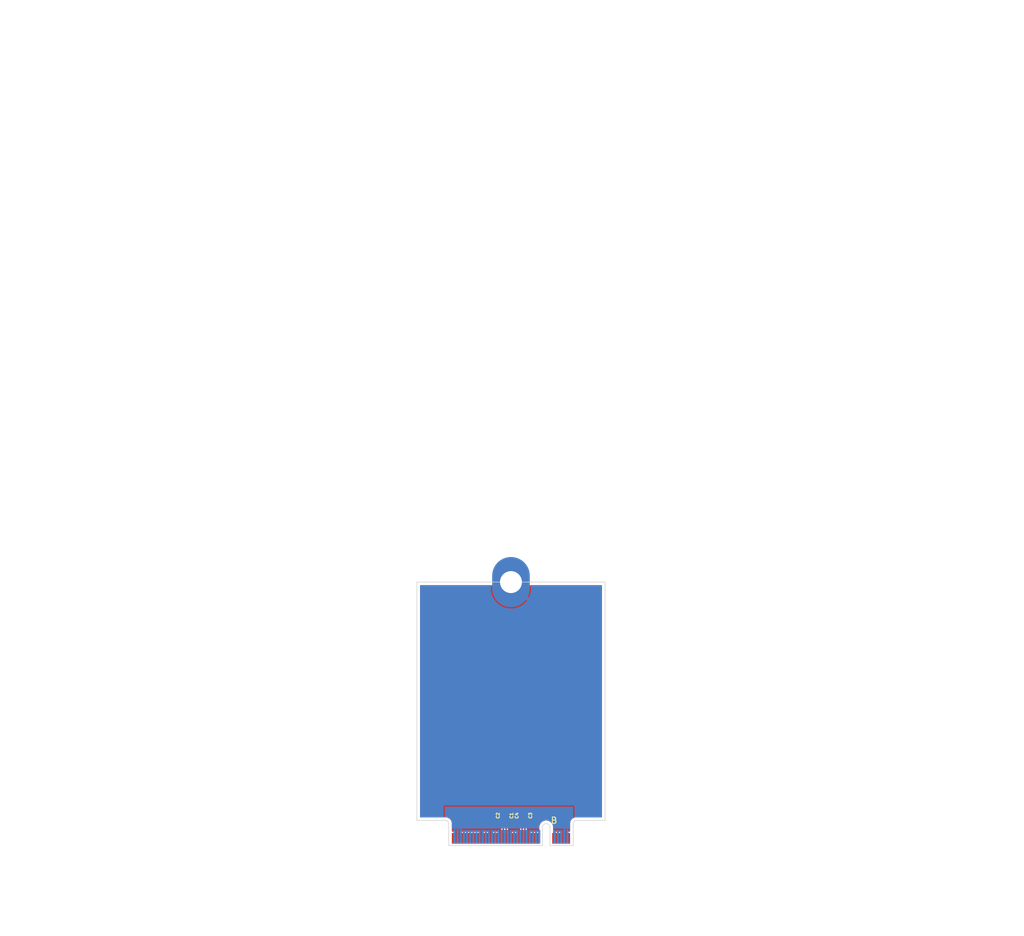
<source format=kicad_pcb>
(kicad_pcb (version 20241229) (generator "pcbnew") (generator_version "9.0")
  (layers (0 "F.Cu" signal) (2 "B.Cu" signal) (13 "F.Paste" user) (15 "B.Paste" user) (5 "F.SilkS" user "F.Silkscreen") (7 "B.SilkS" user "B.Silkscreen") (1 "F.Mask" user) (3 "B.Mask" user) (25 "Edge.Cuts" user))
  (net 0 "")
  (net 1 "/M.2 B key/PET1N")
  (net 2 "/M.2 B key/PET1P")
  (net 3 "/M.2 B key/PET0P")
  (net 4 "/M.2 B key/PET0N")
  (net 5 "/PET1-")
  (net 6 "/PET0-")
  (net 7 "/CONFIG_3")
  (net 8 "+3.3V")
  (net 9 "GND")
  (net 10 "/FULL_CARD_PWR_OFF#")
  (net 11 "/USB_D+")
  (net 12 "/W_DISABLE1#")
  (net 13 "/USB_D-")
  (net 14 "/GPIO_9{slash}LED#1")
  (net 15 "/GPIO_5")
  (net 16 "/CONFIG_0")
  (net 17 "/GPIO_6")
  (net 18 "/DPR")
  (net 19 "/GPIO_7")
  (net 20 "/GPIO_11")
  (net 21 "/GPIO_10")
  (net 22 "/GPIO_8")
  (net 23 "/UIM-RESET")
  (net 24 "/UIM-CLK")
  (net 25 "/UIM-DATA")
  (net 26 "/PER1-")
  (net 27 "/UIM-PWR")
  (net 28 "/PER1+")
  (net 29 "/DEVSLP")
  (net 30 "/GPIO_0")
  (net 31 "/GPIO_1")
  (net 32 "/GPIO_2")
  (net 33 "/GPIO_3")
  (net 34 "/PER0-")
  (net 35 "/GPIO_4")
  (net 36 "/PER0+")
  (net 37 "/PERST#")
  (net 38 "/CLKREQ#")
  (net 39 "/REFCLK-")
  (net 40 "/PEWAKE#")
  (net 41 "/REFCLK+")
  (net 44 "/ANTCTL0")
  (net 46 "/ANTCTL1")
  (net 48 "/ANTCTL2")
  (net 50 "/ANTCTL3")
  (net 51 "/SIM_DETECT")
  (net 52 "/RESET#")
  (net 53 "/SUSCLK")
  (net 54 "/CONFIG_1")
  (net 55 "/CONFIG_2")
  (net 56 "/PET0+")
  (net 57 "/PET1+")
  (footprint "Capacitor_SMD:C_0201_0603Metric" (layer "F.Cu") (at 108.16 154.72 90)
    (property "Reference" "C2" (at 0 -0.73 90) (layer "F.SilkS") (effects (font (size 0.5 0.5))))
    (property "Value" "220nF")
    (pad "1" smd roundrect (at -0.32 0 90) (size 0.46 0.4) (layers "F.Cu" "F.Mask") (net 3 "/M.2 B key/PET0P"))
    (pad "2" smd roundrect (at 0.32 0 90) (size 0.46 0.4) (layers "F.Cu" "F.Mask") (net 56 "/PET0+"))
  )
  (footprint "PCIexpress:M.2 B Key Connector" (layer "F.Cu") (at 109.51 158.38)
    (property "Reference" "J1")
    (property "Value" "~")
    (fp_line (start -11 -2.89) (end -10.425 -2.89) (stroke (width 0.1)) (layer "Edge.Cuts"))
    (fp_line (start -9.925 -2.39) (end -9.925 1.11) (stroke (width 0.1)) (layer "Edge.Cuts"))
    (fp_line (start 5.02 -1.79) (end 5.02 1.11) (stroke (width 0.1)) (layer "Edge.Cuts"))
    (fp_line (start 5.02 1.11) (end -9.925 1.11) (stroke (width 0.1)) (layer "Edge.Cuts"))
    (fp_line (start 6.22 -1.79) (end 6.22 1.11) (stroke (width 0.1)) (layer "Edge.Cuts"))
    (fp_line (start 6.225333 1.11) (end 9.925 1.11) (stroke (width 0.1)) (layer "Edge.Cuts"))
    (fp_line (start 9.925 -2.39) (end 9.925 1.11) (stroke (width 0.1)) (layer "Edge.Cuts"))
    (fp_line (start 10.425 -2.89) (end 11 -2.89) (stroke (width 0.1)) (layer "Edge.Cuts"))
    (fp_arc (start -10.425 -2.89) (mid -10.071447 -2.743553) (end -9.925 -2.39) (stroke (width 0.1)) (layer "Edge.Cuts"))
    (fp_arc (start 5.02 -1.79) (mid 5.62 -2.39) (end 6.22 -1.79) (stroke (width 0.1)) (layer "Edge.Cuts"))
    (fp_arc (start 9.925 -2.39) (mid 10.071447 -2.743553) (end 10.425 -2.89) (stroke (width 0.1)) (layer "Edge.Cuts"))
    (fp_text user "B" (at 6.27 -2.3 0) (layer "F.SilkS") (effects (justify left bottom)))
    (pad "1" smd rect (at 9.25 -0.04 180) (size 0.35 1.7) (layers "F.Cu") (net 7 "/CONFIG_3"))
    (pad "2" smd rect (at 9 -0.29 180) (size 0.35 2.2) (layers "B.Cu") (net 8 "+3.3V"))
    (pad "3" smd rect (at 8.75 -0.04 180) (size 0.35 1.7) (layers "F.Cu") (net 9 "GND"))
    (pad "4" smd rect (at 8.5 -0.29 180) (size 0.35 2.2) (layers "B.Cu") (net 8 "+3.3V"))
    (pad "5" smd rect (at 8.25 -0.04 180) (size 0.35 1.7) (layers "F.Cu") (net 9 "GND"))
    (pad "6" smd rect (at 8 -0.29 180) (size 0.35 2.2) (layers "B.Cu") (net 10 "/FULL_CARD_PWR_OFF#"))
    (pad "7" smd rect (at 7.75 -0.04 180) (size 0.35 1.7) (layers "F.Cu") (net 11 "/USB_D+"))
    (pad "8" smd rect (at 7.5 -0.29 180) (size 0.35 2.2) (layers "B.Cu") (net 12 "/W_DISABLE1#"))
    (pad "9" smd rect (at 7.25 -0.04 180) (size 0.35 1.7) (layers "F.Cu") (net 13 "/USB_D-"))
    (pad "10" smd rect (at 7 -0.29 180) (size 0.35 2.2) (layers "B.Cu") (net 14 "/GPIO_9{slash}LED#1"))
    (pad "11" smd rect (at 6.75 -0.04 180) (size 0.35 1.7) (layers "F.Cu") (net 9 "GND"))
    (pad "20" smd rect (at 4.5 -0.29 180) (size 0.35 2.2) (layers "B.Cu") (net 15 "/GPIO_5"))
    (pad "21" smd rect (at 4.25 -0.04 180) (size 0.35 1.7) (layers "F.Cu") (net 16 "/CONFIG_0"))
    (pad "22" smd rect (at 4 -0.29 180) (size 0.35 2.2) (layers "B.Cu") (net 17 "/GPIO_6"))
    (pad "23" smd rect (at 3.75 -0.04 180) (size 0.35 1.7) (layers "F.Cu") (net 18 "/DPR"))
    (pad "24" smd rect (at 3.5 -0.29 180) (size 0.35 2.2) (layers "B.Cu") (net 19 "/GPIO_7"))
    (pad "25" smd rect (at 3.25 -0.04 180) (size 0.35 1.7) (layers "F.Cu") (net 20 "/GPIO_11"))
    (pad "26" smd rect (at 3 -0.29 180) (size 0.35 2.2) (layers "B.Cu") (net 21 "/GPIO_10"))
    (pad "27" smd rect (at 2.75 -0.04 180) (size 0.35 1.7) (layers "F.Cu") (net 9 "GND"))
    (pad "28" smd rect (at 2.5 -0.29 180) (size 0.35 2.2) (layers "B.Cu") (net 22 "/GPIO_8"))
    (pad "29" smd rect (at 2.25 -0.04 180) (size 0.35 1.7) (layers "F.Cu") (net 1 "/M.2 B key/PET1N"))
    (pad "30" smd rect (at 2 -0.29 180) (size 0.35 2.2) (layers "B.Cu") (net 23 "/UIM-RESET"))
    (pad "31" smd rect (at 1.75 -0.04 180) (size 0.35 1.7) (layers "F.Cu") (net 2 "/M.2 B key/PET1P"))
    (pad "32" smd rect (at 1.5 -0.29 180) (size 0.35 2.2) (layers "B.Cu") (net 24 "/UIM-CLK"))
    (pad "33" smd rect (at 1.25 -0.04 180) (size 0.35 1.7) (layers "F.Cu") (net 9 "GND"))
    (pad "34" smd rect (at 1 -0.29 180) (size 0.35 2.2) (layers "B.Cu") (net 25 "/UIM-DATA"))
    (pad "35" smd rect (at 0.75 -0.04 180) (size 0.35 1.7) (layers "F.Cu") (net 26 "/PER1-"))
    (pad "36" smd rect (at 0.5 -0.29 180) (size 0.35 2.2) (layers "B.Cu") (net 27 "/UIM-PWR"))
    (pad "37" smd rect (at 0.25 -0.04 180) (size 0.35 1.7) (layers "F.Cu") (net 28 "/PER1+"))
    (pad "38" smd rect (at 0 -0.29 180) (size 0.35 2.2) (layers "B.Cu") (net 29 "/DEVSLP"))
    (pad "39" smd rect (at -0.25 -0.04 180) (size 0.35 1.7) (layers "F.Cu") (net 9 "GND"))
    (pad "40" smd rect (at -0.5 -0.29 180) (size 0.35 2.2) (layers "B.Cu") (net 30 "/GPIO_0"))
    (pad "41" smd rect (at -0.75 -0.04 180) (size 0.35 1.7) (layers "F.Cu") (net 4 "/M.2 B key/PET0N"))
    (pad "42" smd rect (at -1 -0.29 180) (size 0.35 2.2) (layers "B.Cu") (net 31 "/GPIO_1"))
    (pad "43" smd rect (at -1.25 -0.04 180) (size 0.35 1.7) (layers "F.Cu") (net 3 "/M.2 B key/PET0P"))
    (pad "44" smd rect (at -1.5 -0.29 180) (size 0.35 2.2) (layers "B.Cu") (net 32 "/GPIO_2"))
    (pad "45" smd rect (at -1.75 -0.04 180) (size 0.35 1.7) (layers "F.Cu") (net 9 "GND"))
    (pad "46" smd rect (at -2 -0.29 180) (size 0.35 2.2) (layers "B.Cu") (net 33 "/GPIO_3"))
    (pad "47" smd rect (at -2.25 -0.04 180) (size 0.35 1.7) (layers "F.Cu") (net 34 "/PER0-"))
    (pad "48" smd rect (at -2.5 -0.29 180) (size 0.35 2.2) (layers "B.Cu") (net 35 "/GPIO_4"))
    (pad "49" smd rect (at -2.75 -0.04 180) (size 0.35 1.7) (layers "F.Cu") (net 36 "/PER0+"))
    (pad "50" smd rect (at -3 -0.29 180) (size 0.35 2.2) (layers "B.Cu") (net 37 "/PERST#"))
    (pad "51" smd rect (at -3.25 -0.04 180) (size 0.35 1.7) (layers "F.Cu") (net 9 "GND"))
    (pad "52" smd rect (at -3.5 -0.29 180) (size 0.35 2.2) (layers "B.Cu") (net 38 "/CLKREQ#"))
    (pad "53" smd rect (at -3.75 -0.04 180) (size 0.35 1.7) (layers "F.Cu") (net 39 "/REFCLK-"))
    (pad "54" smd rect (at -4 -0.29 180) (size 0.35 2.2) (layers "B.Cu") (net 40 "/PEWAKE#"))
    (pad "55" smd rect (at -4.25 -0.04 180) (size 0.35 1.7) (layers "F.Cu") (net 41 "/REFCLK+"))
    (pad "56" smd rect (at -4.5 -0.29 180) (size 0.35 2.2) (layers "B.Cu"))
    (pad "57" smd rect (at -4.75 -0.04 180) (size 0.35 1.7) (layers "F.Cu") (net 9 "GND"))
    (pad "58" smd rect (at -5 -0.29 180) (size 0.35 2.2) (layers "B.Cu"))
    (pad "59" smd rect (at -5.25 -0.04 180) (size 0.35 1.7) (layers "F.Cu") (net 44 "/ANTCTL0"))
    (pad "60" smd rect (at -5.5 -0.29 180) (size 0.35 2.2) (layers "B.Cu"))
    (pad "61" smd rect (at -5.75 -0.04 180) (size 0.35 1.7) (layers "F.Cu") (net 46 "/ANTCTL1"))
    (pad "62" smd rect (at -6 -0.29 180) (size 0.35 2.2) (layers "B.Cu"))
    (pad "63" smd rect (at -6.25 -0.04 180) (size 0.35 1.7) (layers "F.Cu") (net 48 "/ANTCTL2"))
    (pad "64" smd rect (at -6.5 -0.29 180) (size 0.35 2.2) (layers "B.Cu"))
    (pad "65" smd rect (at -6.75 -0.04 180) (size 0.35 1.7) (layers "F.Cu") (net 50 "/ANTCTL3"))
    (pad "66" smd rect (at -7 -0.29 180) (size 0.35 2.2) (layers "B.Cu") (net 51 "/SIM_DETECT"))
    (pad "67" smd rect (at -7.25 -0.04 180) (size 0.35 1.7) (layers "F.Cu") (net 52 "/RESET#"))
    (pad "68" smd rect (at -7.5 -0.29 180) (size 0.35 2.2) (layers "B.Cu") (net 53 "/SUSCLK"))
    (pad "69" smd rect (at -7.75 -0.04 180) (size 0.35 1.7) (layers "F.Cu") (net 54 "/CONFIG_1"))
    (pad "70" smd rect (at -8 -0.29 180) (size 0.35 2.2) (layers "B.Cu") (net 8 "+3.3V"))
    (pad "71" smd rect (at -8.25 -0.04 180) (size 0.35 1.7) (layers "F.Cu") (net 9 "GND"))
    (pad "72" smd rect (at -8.5 -0.29 180) (size 0.35 2.2) (layers "B.Cu") (net 8 "+3.3V"))
    (pad "73" smd rect (at -8.75 -0.04 180) (size 0.35 1.7) (layers "F.Cu") (net 9 "GND"))
    (pad "74" smd rect (at -9 -0.29 180) (size 0.35 2.2) (layers "B.Cu") (net 8 "+3.3V"))
    (pad "75" smd rect (at -9.25 -0.04 180) (size 0.35 1.7) (layers "F.Cu") (net 55 "/CONFIG_2"))
  )
  (footprint "Capacitor_SMD:C_0201_0603Metric" (layer "F.Cu") (at 111.86 154.72 90)
    (property "Reference" "C3" (at 0 0.75 90) (layer "F.SilkS") (effects (font (size 0.5 0.5))))
    (property "Value" "220nF")
    (pad "1" smd roundrect (at -0.32 0 90) (size 0.46 0.4) (layers "F.Cu" "F.Mask") (net 1 "/M.2 B key/PET1N"))
    (pad "2" smd roundrect (at 0.32 0 90) (size 0.46 0.4) (layers "F.Cu" "F.Mask") (net 5 "/PET1-"))
  )
  (footprint "Athena KiCAd library:M.2 Mounting Pad" (layer "F.Cu") (at 109.51 117.49)
    (property "Reference" "H1")
    (property "Value" "MountingHole_Pad")
    (pad "1" thru_hole circle (at 0 0) (size 5.5 5.5) (drill 3.5) (property pad_prop_castellated) (layers "*.Cu" "*.Mask") (net 9 "GND") (padstack (mode front_inner_back) (layer "Inner" (shape circle) (size 5.5 5.5)) (layer "B.Cu" (shape oval) (size 6 8))))
  )
  (footprint "Capacitor_SMD:C_0201_0603Metric" (layer "F.Cu") (at 111.16 154.72 90)
    (property "Reference" "C4" (at 0 -0.72 90) (layer "F.SilkS") (effects (font (size 0.5 0.5))))
    (property "Value" "220nF")
    (pad "1" smd roundrect (at -0.32 0 90) (size 0.46 0.4) (layers "F.Cu" "F.Mask") (net 2 "/M.2 B key/PET1P"))
    (pad "2" smd roundrect (at 0.32 0 90) (size 0.46 0.4) (layers "F.Cu" "F.Mask") (net 57 "/PET1+"))
  )
  (footprint "Capacitor_SMD:C_0201_0603Metric" (layer "F.Cu") (at 108.86 154.72 90)
    (property "Reference" "C1" (at 0 0.73 270) (layer "F.SilkS") (effects (font (size 0.5 0.5))))
    (property "Value" "220nF")
    (pad "1" smd roundrect (at -0.32 0 90) (size 0.46 0.4) (layers "F.Cu" "F.Mask") (net 4 "/M.2 B key/PET0N"))
    (pad "2" smd roundrect (at 0.32 0 90) (size 0.46 0.4) (layers "F.Cu" "F.Mask") (net 6 "/PET0-"))
  )
  (gr_line (start 124.51 155.49) (end 124.51 117.49) (stroke (width 0.1)) (layer "Edge.Cuts"))
  (gr_line (start 94.51 117.49) (end 94.51 155.49) (stroke (width 0.1)) (layer "Edge.Cuts"))
  (gr_line (start 98.51 155.49) (end 94.51 155.49) (stroke (width 0.1)) (layer "Edge.Cuts"))
  (gr_line (start 124.51 117.49) (end 94.51 117.49) (stroke (width 0.1)) (layer "Edge.Cuts"))
  (gr_line (start 120.51 155.49) (end 124.51 155.49) (stroke (width 0.1)) (layer "Edge.Cuts"))
  (segment (start 111.735 157.039999) (end 111.735 155.510001) (width 0.2) (layer "F.Cu") (net 1))
  (segment (start 111.86 155.385001) (end 111.86 155.04) (width 0.2) (layer "F.Cu") (net 1))
  (segment (start 111.76 157.064999) (end 111.735 157.039999) (width 0.2) (layer "F.Cu") (net 1))
  (segment (start 111.735 155.510001) (end 111.86 155.385001) (width 0.2) (layer "F.Cu") (net 1))
  (segment (start 111.76 158.34) (end 111.76 157.064999) (width 0.2) (layer "F.Cu") (net 1))
  (segment (start 111.16 155.385001) (end 111.16 155.04) (width 0.2) (layer "F.Cu") (net 2))
  (segment (start 111.26 158.34) (end 111.26 157.064999) (width 0.2) (layer "F.Cu") (net 2))
  (segment (start 111.285 155.510001) (end 111.16 155.385001) (width 0.2) (layer "F.Cu") (net 2))
  (segment (start 111.26 157.064999) (end 111.285 157.039999) (width 0.2) (layer "F.Cu") (net 2))
  (segment (start 111.285 157.039999) (end 111.285 155.510001) (width 0.2) (layer "F.Cu") (net 2))
  (segment (start 108.16 155.385001) (end 108.16 155.04) (width 0.2) (layer "F.Cu") (net 3))
  (segment (start 108.285 157.039999) (end 108.285 155.510001) (width 0.2) (layer "F.Cu") (net 3))
  (segment (start 108.26 157.064999) (end 108.285 157.039999) (width 0.2) (layer "F.Cu") (net 3))
  (segment (start 108.26 158.34) (end 108.26 157.064999) (width 0.2) (layer "F.Cu") (net 3))
  (segment (start 108.285 155.510001) (end 108.16 155.385001) (width 0.2) (layer "F.Cu") (net 3))
  (segment (start 108.735 155.510001) (end 108.86 155.385001) (width 0.2) (layer "F.Cu") (net 4))
  (segment (start 108.76 157.064999) (end 108.735 157.039999) (width 0.2) (layer "F.Cu") (net 4))
  (segment (start 108.76 158.34) (end 108.76 157.064999) (width 0.2) (layer "F.Cu") (net 4))
  (segment (start 108.735 157.039999) (end 108.735 155.510001) (width 0.2) (layer "F.Cu") (net 4))
  (segment (start 108.86 155.385001) (end 108.86 155.04) (width 0.2) (layer "F.Cu") (net 4))
  (zone (net 9) (net_name "GND") (layers "F.Cu" "B.Cu") (connect_pads (clearance 0.15)) (min_thickness 0.15) (fill yes (thermal_gap 0.2) (thermal_bridge_width 0.5))
    (polygon (pts (xy 94.51 157.73) (xy 94.51 49.49) (xy 124.51 49.49) (xy 124.51 157.73)))
  )
  (zone (net 8) (net_name "+3.3V") (layer "B.Cu") (priority 1) (connect_pads (clearance 0.2)) (min_thickness 0.1) (fill yes (thermal_gap 0.2) (thermal_bridge_width 0.25))
    (polygon (pts (xy 119.43 157.67) (xy 119.43 153.305) (xy 119.415 153.29) (xy 98.96 153.29) (xy 98.96 157.92) (xy 119.18 157.92)))
  )
)
</source>
